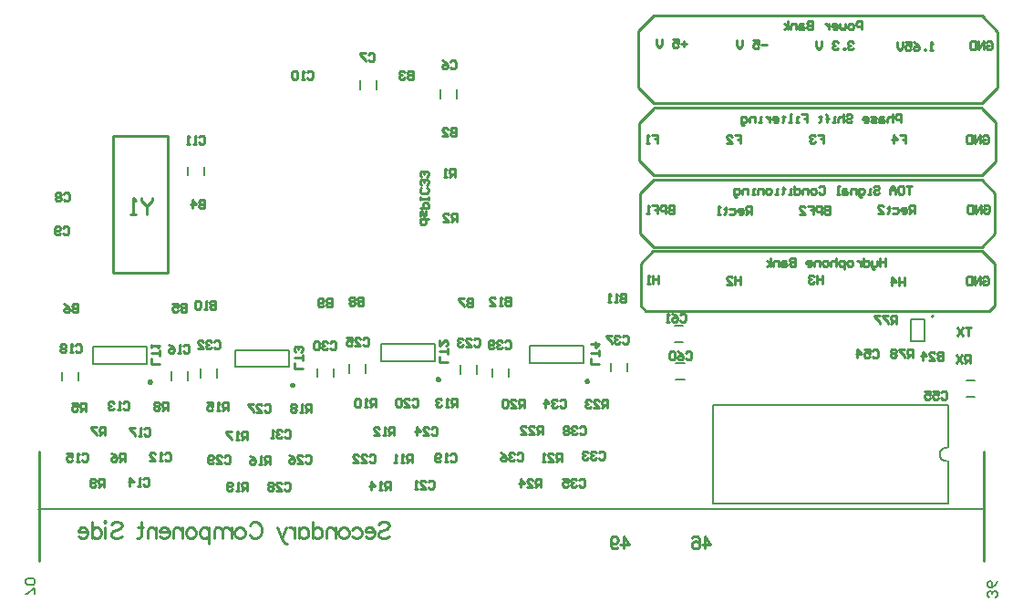
<source format=gbo>
%FSTAX23Y23*%
%MOIN*%
%SFA1B1*%

%IPPOS*%
%ADD24C,0.010000*%
%ADD25C,0.008000*%
%ADD36C,0.010000*%
%ADD37C,0.008000*%
%LNseniordesign-1*%
%LPD*%
G54D24*
X0552Y0306D02*
Y0346D01*
X02065Y0306D02*
Y0346D01*
X0554Y03976D02*
X0556Y03996D01*
Y04147*
X05512Y04195D02*
X0556Y04147D01*
X05512Y04209D02*
X0556Y04257D01*
Y04406*
X05512Y04454D02*
X0556Y04406D01*
X05512Y04454D02*
Y04456D01*
Y04471D02*
X05562Y04521D01*
Y04665*
X05512Y04715D02*
X05562Y04665D01*
X05512Y04715D02*
Y04717D01*
X04265Y03995D02*
X04284Y03976D01*
X04265Y03995D02*
Y04149D01*
X04311Y04195*
X04312*
X04262Y04259D02*
X04312Y04209D01*
X04262Y04259D02*
Y04405D01*
X04312Y04455*
Y04456*
X04259Y04524D02*
X04312Y04471D01*
X04259Y04524D02*
Y04663D01*
X04312Y04716*
Y04717*
X04256Y0479D02*
X04312Y04734D01*
X04256Y0479D02*
Y04999D01*
X04312Y05055*
X05512Y04734D02*
X0557Y04792D01*
Y04996*
X05512Y05054D02*
X0557Y04996D01*
X05512Y05054D02*
Y05055D01*
X04312Y04717D02*
X05512D01*
X04312Y04471D02*
X05512D01*
X04312Y04456D02*
X05512D01*
X04312Y04209D02*
X05512D01*
X04312Y04195D02*
X05512D01*
X04284Y03976D02*
X0554D01*
X04312Y04734D02*
X05512D01*
X04312Y05055D02*
X05512D01*
X02336Y04115D02*
X02536D01*
Y04615*
X02336Y04115D02*
Y04615D01*
X02536*
X03591Y04644D02*
Y04614D01*
X03576*
X03571Y04619*
Y04624*
X03576Y04629*
X03591*
X03576*
X03571Y04634*
Y04639*
X03576Y04644*
X03591*
X03541Y04614D02*
X03561D01*
X03541Y04634*
Y04639*
X03546Y04644*
X03556*
X03561Y04639*
X03432Y04853D02*
Y04823D01*
X03417*
X03412Y04828*
Y04833*
X03417Y04838*
X03432*
X03417*
X03412Y04843*
Y04848*
X03417Y04853*
X03432*
X03402Y04848D02*
X03397Y04853D01*
X03387*
X03382Y04848*
Y04843*
X03387Y04838*
X03392*
X03387*
X03382Y04833*
Y04828*
X03387Y04823*
X03397*
X03402Y04828*
X0267Y0438D02*
Y0435D01*
X02655*
X0265Y04355*
Y0436*
X02655Y04365*
X0267*
X02655*
X0265Y0437*
Y04375*
X02655Y0438*
X0267*
X02625Y0435D02*
Y0438D01*
X0264Y04365*
X0262*
X02603Y04003D02*
Y03973D01*
X02588*
X02583Y03978*
Y03983*
X02588Y03988*
X02603*
X02588*
X02583Y03993*
Y03998*
X02588Y04003*
X02603*
X02553D02*
X02573D01*
Y03988*
X02563Y03993*
X02558*
X02553Y03988*
Y03978*
X02558Y03973*
X02568*
X02573Y03978*
X02207Y04D02*
Y0397D01*
X02192*
X02187Y03975*
Y0398*
X02192Y03985*
X02207*
X02192*
X02187Y0399*
Y03995*
X02192Y04*
X02207*
X02157D02*
X02167Y03995D01*
X02177Y03985*
Y03975*
X02172Y0397*
X02162*
X02157Y03975*
Y0398*
X02162Y03985*
X02177*
X0365Y0402D02*
Y0399D01*
X03635*
X0363Y03995*
Y04*
X03635Y04005*
X0365*
X03635*
X0363Y0401*
Y04015*
X03635Y0402*
X0365*
X0362D02*
X036D01*
Y04015*
X0362Y03995*
Y0399*
X03251Y04025D02*
Y03995D01*
X03236*
X03231Y04*
Y04005*
X03236Y0401*
X03251*
X03236*
X03231Y04015*
Y0402*
X03236Y04025*
X03251*
X03221Y0402D02*
X03216Y04025D01*
X03206*
X03201Y0402*
Y04015*
X03206Y0401*
X03201Y04005*
Y04*
X03206Y03995*
X03216*
X03221Y04*
Y04005*
X03216Y0401*
X03221Y04015*
Y0402*
X03216Y0401D02*
X03206D01*
X03136Y04021D02*
Y03991D01*
X03121*
X03116Y03996*
Y04001*
X03121Y04006*
X03136*
X03121*
X03116Y04011*
Y04016*
X03121Y04021*
X03136*
X03106Y03996D02*
X03101Y03991D01*
X03091*
X03086Y03996*
Y04016*
X03091Y04021*
X03101*
X03106Y04016*
Y04011*
X03101Y04006*
X03086*
X0271Y04013D02*
Y03983D01*
X02695*
X0269Y03988*
Y03993*
X02695Y03998*
X0271*
X02695*
X0269Y04003*
Y04008*
X02695Y04013*
X0271*
X0268Y03983D02*
X0267D01*
X02675*
Y04013*
X0268Y04008*
X02655D02*
X0265Y04013D01*
X0264*
X02635Y04008*
Y03988*
X0264Y03983*
X0265*
X02655Y03988*
Y04008*
X04211Y04037D02*
Y04007D01*
X04196*
X04191Y04012*
Y04017*
X04196Y04022*
X04211*
X04196*
X04191Y04027*
Y04032*
X04196Y04037*
X04211*
X04181Y04007D02*
X04171D01*
X04176*
Y04037*
X04181Y04032*
X04156Y04007D02*
X04146D01*
X04151*
Y04037*
X04156Y04032*
X03788Y04026D02*
Y03996D01*
X03773*
X03768Y04001*
Y04006*
X03773Y04011*
X03788*
X03773*
X03768Y04016*
Y04021*
X03773Y04026*
X03788*
X03758Y03996D02*
X03748D01*
X03753*
Y04026*
X03758Y04021*
X03713Y03996D02*
X03733D01*
X03713Y04016*
Y04021*
X03718Y04026*
X03728*
X03733Y04021*
X03569Y04886D02*
X03574Y04891D01*
X03584*
X03589Y04886*
Y04866*
X03584Y04861*
X03574*
X03569Y04866*
X03539Y04891D02*
X03549Y04886D01*
X03559Y04876*
Y04866*
X03554Y04861*
X03544*
X03539Y04866*
Y04871*
X03544Y04876*
X03559*
X03271Y04912D02*
X03276Y04917D01*
X03286*
X03291Y04912*
Y04892*
X03286Y04887*
X03276*
X03271Y04892*
X03261Y04917D02*
X03241D01*
Y04912*
X03261Y04892*
Y04887*
X02156Y04402D02*
X02161Y04407D01*
X02171*
X02176Y04402*
Y04382*
X02171Y04377*
X02161*
X02156Y04382*
X02146Y04402D02*
X02141Y04407D01*
X02131*
X02126Y04402*
Y04397*
X02131Y04392*
X02126Y04387*
Y04382*
X02131Y04377*
X02141*
X02146Y04382*
Y04387*
X02141Y04392*
X02146Y04397*
Y04402*
X02141Y04392D02*
X02131D01*
X02153Y04279D02*
X02158Y04284D01*
X02168*
X02173Y04279*
Y04259*
X02168Y04254*
X02158*
X02153Y04259*
X02143D02*
X02138Y04254D01*
X02128*
X02123Y04259*
Y04279*
X02128Y04284*
X02138*
X02143Y04279*
Y04274*
X02138Y04269*
X02123*
X03045Y04848D02*
X0305Y04853D01*
X0306*
X03065Y04848*
Y04828*
X0306Y04823*
X0305*
X03045Y04828*
X03035Y04823D02*
X03025D01*
X0303*
Y04853*
X03035Y04848*
X0301D02*
X03005Y04853D01*
X02995*
X0299Y04848*
Y04828*
X02995Y04823*
X03005*
X0301Y04828*
Y04848*
X0265Y0461D02*
X02655Y04615D01*
X02665*
X0267Y0461*
Y0459*
X02665Y04585*
X02655*
X0265Y0459*
X0264Y04585D02*
X0263D01*
X02635*
Y04615*
X0264Y0461*
X02615Y04585D02*
X02605D01*
X0261*
Y04615*
X02615Y0461*
X02526Y03452D02*
X02531Y03457D01*
X02541*
X02546Y03452*
Y03432*
X02541Y03427*
X02531*
X02526Y03432*
X02516Y03427D02*
X02506D01*
X02511*
Y03457*
X02516Y03452*
X02471Y03427D02*
X02491D01*
X02471Y03447*
Y03452*
X02476Y03457*
X02486*
X02491Y03452*
X02374Y03639D02*
X02379Y03644D01*
X02389*
X02394Y03639*
Y03619*
X02389Y03614*
X02379*
X02374Y03619*
X02364Y03614D02*
X02354D01*
X02359*
Y03644*
X02364Y03639*
X02339D02*
X02334Y03644D01*
X02324*
X02319Y03639*
Y03634*
X02324Y03629*
X02329*
X02324*
X02319Y03624*
Y03619*
X02324Y03614*
X02334*
X02339Y03619*
X02447Y0336D02*
X02452Y03365D01*
X02462*
X02467Y0336*
Y0334*
X02462Y03335*
X02452*
X02447Y0334*
X02437Y03335D02*
X02427D01*
X02432*
Y03365*
X02437Y0336*
X02397Y03335D02*
Y03365D01*
X02412Y0335*
X02392*
X02222Y03451D02*
X02227Y03456D01*
X02237*
X02242Y03451*
Y03431*
X02237Y03426*
X02227*
X02222Y03431*
X02212Y03426D02*
X02202D01*
X02207*
Y03456*
X02212Y03451*
X02167Y03456D02*
X02187D01*
Y03441*
X02177Y03446*
X02172*
X02167Y03441*
Y03431*
X02172Y03426*
X02182*
X02187Y03431*
X02594Y03848D02*
X02599Y03853D01*
X02609*
X02614Y03848*
Y03828*
X02609Y03823*
X02599*
X02594Y03828*
X02584Y03823D02*
X02574D01*
X02579*
Y03853*
X02584Y03848*
X02539Y03853D02*
X02549Y03848D01*
X02559Y03838*
Y03828*
X02554Y03823*
X02544*
X02539Y03828*
Y03833*
X02544Y03838*
X02559*
X02451Y03544D02*
X02456Y03549D01*
X02466*
X02471Y03544*
Y03524*
X02466Y03519*
X02456*
X02451Y03524*
X02441Y03519D02*
X02431D01*
X02436*
Y03549*
X02441Y03544*
X02416Y03549D02*
X02396D01*
Y03544*
X02416Y03524*
Y03519*
X02199Y03849D02*
X02204Y03854D01*
X02214*
X02219Y03849*
Y03829*
X02214Y03824*
X02204*
X02199Y03829*
X02189Y03824D02*
X02179D01*
X02184*
Y03854*
X02189Y03849*
X02164D02*
X02159Y03854D01*
X02149*
X02144Y03849*
Y03844*
X02149Y03839*
X02144Y03834*
Y03829*
X02149Y03824*
X02159*
X02164Y03829*
Y03834*
X02159Y03839*
X02164Y03844*
Y03849*
X02159Y03839D02*
X02149D01*
X03569Y03449D02*
X03574Y03454D01*
X03584*
X03589Y03449*
Y03429*
X03584Y03424*
X03574*
X03569Y03429*
X03559Y03424D02*
X03549D01*
X03554*
Y03454*
X03559Y03449*
X03534Y03429D02*
X03529Y03424D01*
X03519*
X03514Y03429*
Y03449*
X03519Y03454*
X03529*
X03534Y03449*
Y03444*
X03529Y03439*
X03514*
X03431Y0365D02*
X03436Y03655D01*
X03446*
X03451Y0365*
Y0363*
X03446Y03625*
X03436*
X03431Y0363*
X03401Y03625D02*
X03421D01*
X03401Y03645*
Y0365*
X03406Y03655*
X03416*
X03421Y0365*
X03391D02*
X03386Y03655D01*
X03376*
X03371Y0365*
Y0363*
X03376Y03625*
X03386*
X03391Y0363*
Y0365*
X03488Y0335D02*
X03493Y03355D01*
X03503*
X03508Y0335*
Y0333*
X03503Y03325*
X03493*
X03488Y0333*
X03458Y03325D02*
X03478D01*
X03458Y03345*
Y0335*
X03463Y03355*
X03473*
X03478Y0335*
X03448Y03325D02*
X03438D01*
X03443*
Y03355*
X03448Y0335*
X03274Y03445D02*
X03279Y0345D01*
X03289*
X03294Y03445*
Y03425*
X03289Y0342*
X03279*
X03274Y03425*
X03244Y0342D02*
X03264D01*
X03244Y0344*
Y03445*
X03249Y0345*
X03259*
X03264Y03445*
X03214Y0342D02*
X03234D01*
X03214Y0344*
Y03445*
X03219Y0345*
X03229*
X03234Y03445*
X03656Y03871D02*
X03661Y03876D01*
X03671*
X03676Y03871*
Y03851*
X03671Y03846*
X03661*
X03656Y03851*
X03626Y03846D02*
X03646D01*
X03626Y03866*
Y03871*
X03631Y03876*
X03641*
X03646Y03871*
X03616D02*
X03611Y03876D01*
X03601*
X03596Y03871*
Y03866*
X03601Y03861*
X03606*
X03601*
X03596Y03856*
Y03851*
X03601Y03846*
X03611*
X03616Y03851*
X035Y03546D02*
X03505Y03551D01*
X03515*
X0352Y03546*
Y03526*
X03515Y03521*
X03505*
X035Y03526*
X0347Y03521D02*
X0349D01*
X0347Y03541*
Y03546*
X03475Y03551*
X03485*
X0349Y03546*
X03445Y03521D02*
Y03551D01*
X0346Y03536*
X0344*
X0325Y03873D02*
X03255Y03878D01*
X03265*
X0327Y03873*
Y03853*
X03265Y03848*
X03255*
X0325Y03853*
X0322Y03848D02*
X0324D01*
X0322Y03868*
Y03873*
X03225Y03878*
X03235*
X0324Y03873*
X0319Y03878D02*
X0321D01*
Y03863*
X032Y03868*
X03195*
X0319Y03863*
Y03853*
X03195Y03848*
X03205*
X0321Y03853*
X03038Y03444D02*
X03043Y03449D01*
X03053*
X03058Y03444*
Y03424*
X03053Y03419*
X03043*
X03038Y03424*
X03008Y03419D02*
X03028D01*
X03008Y03439*
Y03444*
X03013Y03449*
X03023*
X03028Y03444*
X02978Y03449D02*
X02988Y03444D01*
X02998Y03434*
Y03424*
X02993Y03419*
X02983*
X02978Y03424*
Y03429*
X02983Y03434*
X02998*
X0289Y0363D02*
X02895Y03635D01*
X02905*
X0291Y0363*
Y0361*
X02905Y03605*
X02895*
X0289Y0361*
X0286Y03605D02*
X0288D01*
X0286Y03625*
Y0363*
X02865Y03635*
X02875*
X0288Y0363*
X0285Y03635D02*
X0283D01*
Y0363*
X0285Y0361*
Y03605*
X02962Y03344D02*
X02967Y03349D01*
X02977*
X02982Y03344*
Y03324*
X02977Y03319*
X02967*
X02962Y03324*
X02932Y03319D02*
X02952D01*
X02932Y03339*
Y03344*
X02937Y03349*
X02947*
X02952Y03344*
X02922D02*
X02917Y03349D01*
X02907*
X02902Y03344*
Y03339*
X02907Y03334*
X02902Y03329*
Y03324*
X02907Y03319*
X02917*
X02922Y03324*
Y03329*
X02917Y03334*
X02922Y03339*
Y03344*
X02917Y03334D02*
X02907D01*
X02744Y03442D02*
X02749Y03447D01*
X02759*
X02764Y03442*
Y03422*
X02759Y03417*
X02749*
X02744Y03422*
X02714Y03417D02*
X02734D01*
X02714Y03437*
Y03442*
X02719Y03447*
X02729*
X02734Y03442*
X02704Y03422D02*
X02699Y03417D01*
X02689*
X02684Y03422*
Y03442*
X02689Y03447*
X02699*
X02704Y03442*
Y03437*
X02699Y03432*
X02684*
X03131Y03859D02*
X03136Y03864D01*
X03146*
X03151Y03859*
Y03839*
X03146Y03834*
X03136*
X03131Y03839*
X03121Y03859D02*
X03116Y03864D01*
X03106*
X03101Y03859*
Y03854*
X03106Y03849*
X03111*
X03106*
X03101Y03844*
Y03839*
X03106Y03834*
X03116*
X03121Y03839*
X03091Y03859D02*
X03086Y03864D01*
X03076*
X03071Y03859*
Y03839*
X03076Y03834*
X03086*
X03091Y03839*
Y03859*
X02963Y03536D02*
X02968Y03541D01*
X02978*
X02983Y03536*
Y03516*
X02978Y03511*
X02968*
X02963Y03516*
X02953Y03536D02*
X02948Y03541D01*
X02938*
X02933Y03536*
Y03531*
X02938Y03526*
X02943*
X02938*
X02933Y03521*
Y03516*
X02938Y03511*
X02948*
X02953Y03516*
X02923Y03511D02*
X02913D01*
X02918*
Y03541*
X02923Y03536*
X02705Y03863D02*
X0271Y03868D01*
X0272*
X02725Y03863*
Y03843*
X0272Y03838*
X0271*
X02705Y03843*
X02695Y03863D02*
X0269Y03868D01*
X0268*
X02675Y03863*
Y03858*
X0268Y03853*
X02685*
X0268*
X02675Y03848*
Y03843*
X0268Y03838*
X0269*
X02695Y03843*
X02645Y03838D02*
X02665D01*
X02645Y03858*
Y03863*
X0265Y03868*
X0266*
X02665Y03863*
X04112Y03457D02*
X04117Y03462D01*
X04127*
X04132Y03457*
Y03437*
X04127Y03432*
X04117*
X04112Y03437*
X04102Y03457D02*
X04097Y03462D01*
X04087*
X04082Y03457*
Y03452*
X04087Y03447*
X04092*
X04087*
X04082Y03442*
Y03437*
X04087Y03432*
X04097*
X04102Y03437*
X04072Y03457D02*
X04067Y03462D01*
X04057*
X04052Y03457*
Y03452*
X04057Y03447*
X04062*
X04057*
X04052Y03442*
Y03437*
X04057Y03432*
X04067*
X04072Y03437*
X03971Y03647D02*
X03976Y03652D01*
X03986*
X03991Y03647*
Y03627*
X03986Y03622*
X03976*
X03971Y03627*
X03961Y03647D02*
X03956Y03652D01*
X03946*
X03941Y03647*
Y03642*
X03946Y03637*
X03951*
X03946*
X03941Y03632*
Y03627*
X03946Y03622*
X03956*
X03961Y03627*
X03916Y03622D02*
Y03652D01*
X03931Y03637*
X03911*
X04041Y03358D02*
X04046Y03363D01*
X04056*
X04061Y03358*
Y03338*
X04056Y03333*
X04046*
X04041Y03338*
X04031Y03358D02*
X04026Y03363D01*
X04016*
X04011Y03358*
Y03353*
X04016Y03348*
X04021*
X04016*
X04011Y03343*
Y03338*
X04016Y03333*
X04026*
X04031Y03338*
X03981Y03363D02*
X04001D01*
Y03348*
X03991Y03353*
X03986*
X03981Y03348*
Y03338*
X03986Y03333*
X03996*
X04001Y03338*
X03813Y03453D02*
X03818Y03458D01*
X03828*
X03833Y03453*
Y03433*
X03828Y03428*
X03818*
X03813Y03433*
X03803Y03453D02*
X03798Y03458D01*
X03788*
X03783Y03453*
Y03448*
X03788Y03443*
X03793*
X03788*
X03783Y03438*
Y03433*
X03788Y03428*
X03798*
X03803Y03433*
X03753Y03458D02*
X03763Y03453D01*
X03773Y03443*
Y03433*
X03768Y03428*
X03758*
X03753Y03433*
Y03438*
X03758Y03443*
X03773*
X04198Y0388D02*
X04203Y03885D01*
X04213*
X04218Y0388*
Y0386*
X04213Y03855*
X04203*
X04198Y0386*
X04188Y0388D02*
X04183Y03885D01*
X04173*
X04168Y0388*
Y03875*
X04173Y0387*
X04178*
X04173*
X04168Y03865*
Y0386*
X04173Y03855*
X04183*
X04188Y0386*
X04158Y03885D02*
X04138D01*
Y0388*
X04158Y0386*
Y03855*
X04042Y03549D02*
X04047Y03554D01*
X04057*
X04062Y03549*
Y03529*
X04057Y03524*
X04047*
X04042Y03529*
X04032Y03549D02*
X04027Y03554D01*
X04017*
X04012Y03549*
Y03544*
X04017Y03539*
X04022*
X04017*
X04012Y03534*
Y03529*
X04017Y03524*
X04027*
X04032Y03529*
X04002Y03549D02*
X03997Y03554D01*
X03987*
X03982Y03549*
Y03544*
X03987Y03539*
X03982Y03534*
Y03529*
X03987Y03524*
X03997*
X04002Y03529*
Y03534*
X03997Y03539*
X04002Y03544*
Y03549*
X03997Y03539D02*
X03987D01*
X03768Y03863D02*
X03773Y03868D01*
X03783*
X03788Y03863*
Y03843*
X03783Y03838*
X03773*
X03768Y03843*
X03758Y03863D02*
X03753Y03868D01*
X03743*
X03738Y03863*
Y03858*
X03743Y03853*
X03748*
X03743*
X03738Y03848*
Y03843*
X03743Y03838*
X03753*
X03758Y03843*
X03728D02*
X03723Y03838D01*
X03713*
X03708Y03843*
Y03863*
X03713Y03868*
X03723*
X03728Y03863*
Y03858*
X03723Y03853*
X03708*
X03488Y04311D02*
X03458D01*
Y04296*
X03463Y04291*
X03473*
X03478Y04296*
Y04311*
X03458Y04321D02*
Y04336D01*
X03463Y04341*
X03468Y04336*
Y04326*
X03473Y04321*
X03478Y04326*
Y04341*
X03458Y04351D02*
X03488D01*
Y04366*
X03483Y04371*
X03473*
X03468Y04366*
Y04351*
X03488Y04381D02*
Y04391D01*
Y04386*
X03458*
Y04381*
Y04391*
X03483Y04426D02*
X03488Y04421D01*
Y04411*
X03483Y04406*
X03463*
X03458Y04411*
Y04421*
X03463Y04426*
X03483Y04436D02*
X03488Y04441D01*
Y04451*
X03483Y04456*
X03478*
X03473Y04451*
Y04446*
Y04451*
X03468Y04456*
X03463*
X03458Y04451*
Y04441*
X03463Y04436*
X03483Y04466D02*
X03488Y04471D01*
Y04481*
X03483Y04486*
X03478*
X03473Y04481*
Y04476*
Y04481*
X03468Y04486*
X03463*
X03458Y04481*
Y04471*
X03463Y04466*
X02505Y03782D02*
X02475D01*
Y03802*
X02505Y03812D02*
Y03832D01*
Y03822*
X02475*
Y03842D02*
Y03852D01*
Y03847*
X02505*
X025Y03842*
X03559Y03787D02*
X03529D01*
Y03807*
X03559Y03817D02*
Y03837D01*
Y03827*
X03529*
Y03867D02*
Y03847D01*
X03549Y03867*
X03554*
X03559Y03862*
Y03852*
X03554Y03847*
X03028Y03765D02*
X02998D01*
Y03785*
X03028Y03795D02*
Y03815D01*
Y03805*
X02998*
X03023Y03825D02*
X03028Y0383D01*
Y0384*
X03023Y03845*
X03018*
X03013Y0384*
Y03835*
Y0384*
X03008Y03845*
X03003*
X02998Y0384*
Y0383*
X03003Y03825*
X04113Y03781D02*
X04083D01*
Y03801*
X04113Y03811D02*
Y03831D01*
Y03821*
X04083*
Y03856D02*
X04113D01*
X04098Y03841*
Y03861*
X03586Y04466D02*
Y04496D01*
X03571*
X03566Y04491*
Y04481*
X03571Y04476*
X03586*
X03576D02*
X03566Y04466D01*
X03556D02*
X03546D01*
X03551*
Y04496*
X03556Y04491*
X03594Y04302D02*
Y04332D01*
X03579*
X03574Y04327*
Y04317*
X03579Y04312*
X03594*
X03584D02*
X03574Y04302D01*
X03544D02*
X03564D01*
X03544Y04322*
Y04327*
X03549Y04332*
X03559*
X03564Y04327*
X02235Y03609D02*
Y03639D01*
X0222*
X02215Y03634*
Y03624*
X0222Y03619*
X02235*
X02225D02*
X02215Y03609D01*
X02185Y03639D02*
X02205D01*
Y03624*
X02195Y03629*
X0219*
X02185Y03624*
Y03614*
X0219Y03609*
X022*
X02205Y03614*
X02378Y03426D02*
Y03456D01*
X02363*
X02358Y03451*
Y03441*
X02363Y03436*
X02378*
X02368D02*
X02358Y03426D01*
X02328Y03456D02*
X02338Y03451D01*
X02348Y03441*
Y03431*
X02343Y03426*
X02333*
X02328Y03431*
Y03436*
X02333Y03441*
X02348*
X02307Y0352D02*
Y0355D01*
X02292*
X02287Y03545*
Y03535*
X02292Y0353*
X02307*
X02297D02*
X02287Y0352D01*
X02277Y0355D02*
X02257D01*
Y03545*
X02277Y03525*
Y0352*
X02536Y03612D02*
Y03642D01*
X02521*
X02516Y03637*
Y03627*
X02521Y03622*
X02536*
X02526D02*
X02516Y03612D01*
X02506Y03637D02*
X02501Y03642D01*
X02491*
X02486Y03637*
Y03632*
X02491Y03627*
X02486Y03622*
Y03617*
X02491Y03612*
X02501*
X02506Y03617*
Y03622*
X02501Y03627*
X02506Y03632*
Y03637*
X02501Y03627D02*
X02491D01*
X02302Y03332D02*
Y03362D01*
X02287*
X02282Y03357*
Y03347*
X02287Y03342*
X02302*
X02292D02*
X02282Y03332D01*
X02272Y03337D02*
X02267Y03332D01*
X02257*
X02252Y03337*
Y03357*
X02257Y03362*
X02267*
X02272Y03357*
Y03352*
X02267Y03347*
X02252*
X03296Y03624D02*
Y03654D01*
X03281*
X03276Y03649*
Y03639*
X03281Y03634*
X03296*
X03286D02*
X03276Y03624D01*
X03266D02*
X03256D01*
X03261*
Y03654*
X03266Y03649*
X03241D02*
X03236Y03654D01*
X03226*
X03221Y03649*
Y03629*
X03226Y03624*
X03236*
X03241Y03629*
Y03649*
X03429Y03421D02*
Y03451D01*
X03414*
X03409Y03446*
Y03436*
X03414Y03431*
X03429*
X03419D02*
X03409Y03421D01*
X03399D02*
X03389D01*
X03394*
Y03451*
X03399Y03446*
X03374Y03421D02*
X03364D01*
X03369*
Y03451*
X03374Y03446*
X03364Y03521D02*
Y03551D01*
X03349*
X03344Y03546*
Y03536*
X03349Y03531*
X03364*
X03354D02*
X03344Y03521D01*
X03334D02*
X03324D01*
X03329*
Y03551*
X03334Y03546*
X03289Y03521D02*
X03309D01*
X03289Y03541*
Y03546*
X03294Y03551*
X03304*
X03309Y03546*
X03592Y03626D02*
Y03656D01*
X03577*
X03572Y03651*
Y03641*
X03577Y03636*
X03592*
X03582D02*
X03572Y03626D01*
X03562D02*
X03552D01*
X03557*
Y03656*
X03562Y03651*
X03537D02*
X03532Y03656D01*
X03522*
X03517Y03651*
Y03646*
X03522Y03641*
X03527*
X03522*
X03517Y03636*
Y03631*
X03522Y03626*
X03532*
X03537Y03631*
X03348Y03321D02*
Y03351D01*
X03333*
X03328Y03346*
Y03336*
X03333Y03331*
X03348*
X03338D02*
X03328Y03321D01*
X03318D02*
X03308D01*
X03313*
Y03351*
X03318Y03346*
X03278Y03321D02*
Y03351D01*
X03293Y03336*
X03273*
X02756Y03611D02*
Y03641D01*
X02741*
X02736Y03636*
Y03626*
X02741Y03621*
X02756*
X02746D02*
X02736Y03611D01*
X02726D02*
X02716D01*
X02721*
Y03641*
X02726Y03636*
X02681Y03641D02*
X02701D01*
Y03626*
X02691Y03631*
X02686*
X02681Y03626*
Y03616*
X02686Y03611*
X02696*
X02701Y03616*
X02911Y03416D02*
Y03446D01*
X02896*
X02891Y03441*
Y03431*
X02896Y03426*
X02911*
X02901D02*
X02891Y03416D01*
X02881D02*
X02871D01*
X02876*
Y03446*
X02881Y03441*
X02836Y03446D02*
X02846Y03441D01*
X02856Y03431*
Y03421*
X02851Y03416*
X02841*
X02836Y03421*
Y03426*
X02841Y03431*
X02856*
X02825Y03504D02*
Y03534D01*
X0281*
X02805Y03529*
Y03519*
X0281Y03514*
X02825*
X02815D02*
X02805Y03504D01*
X02795D02*
X02785D01*
X0279*
Y03534*
X02795Y03529*
X0277Y03534D02*
X0275D01*
Y03529*
X0277Y03509*
Y03504*
X0306Y03605D02*
Y03635D01*
X03045*
X0304Y0363*
Y0362*
X03045Y03615*
X0306*
X0305D02*
X0304Y03605D01*
X0303D02*
X0302D01*
X03025*
Y03635*
X0303Y0363*
X03005D02*
X03Y03635D01*
X0299*
X02985Y0363*
Y03625*
X0299Y0362*
X02985Y03615*
Y0361*
X0299Y03605*
X03*
X03005Y0361*
Y03615*
X03Y0362*
X03005Y03625*
Y0363*
X03Y0362D02*
X0299D01*
X02827Y03319D02*
Y03349D01*
X02812*
X02807Y03344*
Y03334*
X02812Y03329*
X02827*
X02817D02*
X02807Y03319D01*
X02797D02*
X02787D01*
X02792*
Y03349*
X02797Y03344*
X02772Y03324D02*
X02767Y03319D01*
X02757*
X02752Y03324*
Y03344*
X02757Y03349*
X02767*
X02772Y03344*
Y03339*
X02767Y03334*
X02752*
X03838Y03622D02*
Y03652D01*
X03823*
X03818Y03647*
Y03637*
X03823Y03632*
X03838*
X03828D02*
X03818Y03622D01*
X03788D02*
X03808D01*
X03788Y03642*
Y03647*
X03793Y03652*
X03803*
X03808Y03647*
X03778D02*
X03773Y03652D01*
X03763*
X03758Y03647*
Y03627*
X03763Y03622*
X03773*
X03778Y03627*
Y03647*
X03976Y03426D02*
Y03456D01*
X03961*
X03956Y03451*
Y03441*
X03961Y03436*
X03976*
X03966D02*
X03956Y03426D01*
X03926D02*
X03946D01*
X03926Y03446*
Y03451*
X03931Y03456*
X03941*
X03946Y03451*
X03916Y03426D02*
X03906D01*
X03911*
Y03456*
X03916Y03451*
X03907Y03525D02*
Y03555D01*
X03892*
X03887Y0355*
Y0354*
X03892Y03535*
X03907*
X03897D02*
X03887Y03525D01*
X03857D02*
X03877D01*
X03857Y03545*
Y0355*
X03862Y03555*
X03872*
X03877Y0355*
X03827Y03525D02*
X03847D01*
X03827Y03545*
Y0355*
X03832Y03555*
X03842*
X03847Y0355*
X04143Y03621D02*
Y03651D01*
X04128*
X04123Y03646*
Y03636*
X04128Y03631*
X04143*
X04133D02*
X04123Y03621D01*
X04093D02*
X04113D01*
X04093Y03641*
Y03646*
X04098Y03651*
X04108*
X04113Y03646*
X04083D02*
X04078Y03651D01*
X04068*
X04063Y03646*
Y03641*
X04068Y03636*
X04073*
X04068*
X04063Y03631*
Y03626*
X04068Y03621*
X04078*
X04083Y03626*
X039Y03331D02*
Y03361D01*
X03885*
X0388Y03356*
Y03346*
X03885Y03341*
X039*
X0389D02*
X0388Y03331D01*
X0385D02*
X0387D01*
X0385Y03351*
Y03356*
X03855Y03361*
X03865*
X0387Y03356*
X03825Y03331D02*
Y03361D01*
X0384Y03346*
X0382*
X04431Y03822D02*
X04436Y03827D01*
X04446*
X04451Y03822*
Y03802*
X04446Y03797*
X04436*
X04431Y03802*
X04401Y03827D02*
X04411Y03822D01*
X04421Y03812*
Y03802*
X04416Y03797*
X04406*
X04401Y03802*
Y03807*
X04406Y03812*
X04421*
X04391Y03822D02*
X04386Y03827D01*
X04376*
X04371Y03822*
Y03802*
X04376Y03797*
X04386*
X04391Y03802*
Y03822*
X04408Y03961D02*
X04413Y03966D01*
X04423*
X04428Y03961*
Y03941*
X04423Y03936*
X04413*
X04408Y03941*
X04378Y03966D02*
X04388Y03961D01*
X04398Y03951*
Y03941*
X04393Y03936*
X04383*
X04378Y03941*
Y03946*
X04383Y03951*
X04398*
X04368Y03936D02*
X04358D01*
X04363*
Y03966*
X04368Y03961*
X0537Y03826D02*
Y03796D01*
X05355*
X0535Y03801*
Y03806*
X05355Y03811*
X0537*
X05355*
X0535Y03816*
Y03821*
X05355Y03826*
X0537*
X0532Y03796D02*
X0534D01*
X0532Y03816*
Y03821*
X05325Y03826*
X05335*
X0534Y03821*
X05295Y03796D02*
Y03826D01*
X0531Y03811*
X0529*
X05112Y03829D02*
X05117Y03834D01*
X05127*
X05132Y03829*
Y03809*
X05127Y03804*
X05117*
X05112Y03809*
X05082Y03834D02*
X05102D01*
Y03819*
X05092Y03824*
X05087*
X05082Y03819*
Y03809*
X05087Y03804*
X05097*
X05102Y03809*
X05057Y03804D02*
Y03834D01*
X05072Y03819*
X05052*
X05363Y03677D02*
X05368Y03682D01*
X05378*
X05383Y03677*
Y03657*
X05378Y03652*
X05368*
X05363Y03657*
X05333Y03682D02*
X05353D01*
Y03667*
X05343Y03672*
X05338*
X05333Y03667*
Y03657*
X05338Y03652*
X05348*
X05353Y03657*
X05303Y03682D02*
X05323D01*
Y03667*
X05313Y03672*
X05308*
X05303Y03667*
Y03657*
X05308Y03652*
X05318*
X05323Y03657*
X052Y03929D02*
Y03959D01*
X05185*
X0518Y03954*
Y03944*
X05185Y03939*
X052*
X0519D02*
X0518Y03929D01*
X0517Y03959D02*
X0515D01*
Y03954*
X0517Y03934*
Y03929*
X0514Y03959D02*
X0512D01*
Y03954*
X0514Y03934*
Y03929*
X05258Y03805D02*
Y03835D01*
X05243*
X05238Y0383*
Y0382*
X05243Y03815*
X05258*
X05248D02*
X05238Y03805D01*
X05228Y03835D02*
X05208D01*
Y0383*
X05228Y0381*
Y03805*
X05198Y0383D02*
X05193Y03835D01*
X05183*
X05178Y0383*
Y03825*
X05183Y0382*
X05178Y03815*
Y0381*
X05183Y03805*
X05193*
X05198Y0381*
Y03815*
X05193Y0382*
X05198Y03825*
Y0383*
X05193Y0382D02*
X05183D01*
X02478Y04388D02*
Y04378D01*
X02458Y04358*
X02438Y04378*
Y04388*
X02458Y04358D02*
Y04328D01*
X02418D02*
X02398D01*
X02408*
Y04388*
X02418Y04378*
X03306Y03195D02*
X03312Y03201D01*
X0332Y03204*
X03332*
X0334Y03201*
X03346Y03195*
Y0319*
X03343Y03184*
X0334Y03181*
X03335Y03178*
X03317Y03173*
X03312Y0317*
X03309Y03167*
X03306Y03161*
Y03153*
X03312Y03147*
X0332Y03144*
X03332*
X0334Y03147*
X03346Y03153*
X03293Y03167D02*
X03258D01*
Y03173*
X03261Y03178*
X03264Y03181*
X0327Y03184*
X03278*
X03284Y03181*
X0329Y03175*
X03293Y03167*
Y03161*
X0329Y03153*
X03284Y03147*
X03278Y03144*
X0327*
X03264Y03147*
X03258Y03153*
X03211Y03175D02*
X03217Y03181D01*
X03223Y03184*
X03231*
X03237Y03181*
X03243Y03175*
X03245Y03167*
Y03161*
X03243Y03153*
X03237Y03147*
X03231Y03144*
X03223*
X03217Y03147*
X03211Y03153*
X03184Y03184D02*
X0319Y03181D01*
X03195Y03175*
X03198Y03167*
Y03161*
X03195Y03153*
X0319Y03147*
X03184Y03144*
X03175*
X0317Y03147*
X03164Y03153*
X03161Y03161*
Y03167*
X03164Y03175*
X0317Y03181*
X03175Y03184*
X03184*
X03148D02*
Y03144D01*
Y03173D02*
X03139Y03181D01*
X03134Y03184*
X03125*
X03119Y03181*
X03117Y03173*
Y03144*
X03067Y03204D02*
Y03144D01*
Y03175D02*
X03072Y03181D01*
X03078Y03184*
X03087*
X03092Y03181*
X03098Y03175*
X03101Y03167*
Y03161*
X03098Y03153*
X03092Y03147*
X03087Y03144*
X03078*
X03072Y03147*
X03067Y03153*
X03016Y03184D02*
Y03144D01*
Y03175D02*
X03022Y03181D01*
X03028Y03184*
X03036*
X03042Y03181*
X03048Y03175*
X03051Y03167*
Y03161*
X03048Y03153*
X03042Y03147*
X03036Y03144*
X03028*
X03022Y03147*
X03016Y03153*
X03Y03184D02*
Y03144D01*
Y03167D02*
X02998Y03175D01*
X02992Y03181*
X02986Y03184*
X02978*
X02969D02*
X02952Y03144D01*
X02935Y03184D02*
X02952Y03144D01*
X02958Y03133*
X02964Y03127*
X02969Y03124*
X02972*
X02835Y0319D02*
X02838Y03195D01*
X02844Y03201*
X02849Y03204*
X02861*
X02866Y03201*
X02872Y03195*
X02875Y0319*
X02878Y03181*
Y03167*
X02875Y03158*
X02872Y03153*
X02866Y03147*
X02861Y03144*
X02849*
X02844Y03147*
X02838Y03153*
X02835Y03158*
X02804Y03184D02*
X0281Y03181D01*
X02815Y03175*
X02818Y03167*
Y03161*
X02815Y03153*
X0281Y03147*
X02804Y03144*
X02795*
X0279Y03147*
X02784Y03153*
X02781Y03161*
Y03167*
X02784Y03175*
X0279Y03181*
X02795Y03184*
X02804*
X02768D02*
Y03144D01*
Y03173D02*
X02759Y03181D01*
X02754Y03184*
X02745*
X02739Y03181*
X02736Y03173*
Y03144*
Y03173D02*
X02728Y03181D01*
X02722Y03184*
X02714*
X02708Y03181*
X02705Y03173*
Y03144*
X02686Y03184D02*
Y03124D01*
Y03175D02*
X0268Y03181D01*
X02675Y03184*
X02666*
X0266Y03181*
X02655Y03175*
X02652Y03167*
Y03161*
X02655Y03153*
X0266Y03147*
X02666Y03144*
X02675*
X0268Y03147*
X02686Y03153*
X02625Y03184D02*
X0263Y03181D01*
X02636Y03175*
X02639Y03167*
Y03161*
X02636Y03153*
X0263Y03147*
X02625Y03144*
X02616*
X0261Y03147*
X02605Y03153*
X02602Y03161*
Y03167*
X02605Y03175*
X0261Y03181*
X02616Y03184*
X02625*
X02589D02*
Y03144D01*
Y03173D02*
X0258Y03181D01*
X02574Y03184*
X02566*
X0256Y03181*
X02557Y03173*
Y03144*
X02542Y03167D02*
X02507D01*
Y03173*
X0251Y03178*
X02513Y03181*
X02519Y03184*
X02527*
X02533Y03181*
X02539Y03175*
X02542Y03167*
Y03161*
X02539Y03153*
X02533Y03147*
X02527Y03144*
X02519*
X02513Y03147*
X02507Y03153*
X02494Y03184D02*
Y03144D01*
Y03173D02*
X02486Y03181D01*
X0248Y03184*
X02472*
X02466Y03181*
X02463Y03173*
Y03144*
X02439Y03204D02*
Y03155D01*
X02436Y03147*
X0243Y03144*
X02424*
X02447Y03184D02*
X02427D01*
X02329Y03195D02*
X02335Y03201D01*
X02343Y03204*
X02354*
X02363Y03201*
X02369Y03195*
Y0319*
X02366Y03184*
X02363Y03181*
X02357Y03178*
X0234Y03173*
X02335Y0317*
X02332Y03167*
X02329Y03161*
Y03153*
X02335Y03147*
X02343Y03144*
X02354*
X02363Y03147*
X02369Y03153*
X0231Y03204D02*
X02307Y03201D01*
X02304Y03204*
X02307Y03207*
X0231Y03204*
X02307Y03184D02*
Y03144D01*
X02259Y03204D02*
Y03144D01*
Y03175D02*
X02265Y03181D01*
X02271Y03184*
X02279*
X02285Y03181*
X02291Y03175*
X02293Y03167*
Y03161*
X02291Y03153*
X02285Y03147*
X02279Y03144*
X02271*
X02265Y03147*
X02259Y03153*
X02243Y03167D02*
X02209D01*
Y03173*
X02212Y03178*
X02215Y03181*
X0222Y03184*
X02229*
X02235Y03181*
X0224Y03175*
X02243Y03167*
Y03161*
X0224Y03153*
X02235Y03147*
X02229Y03144*
X0222*
X02215Y03147*
X02209Y03153*
X04202Y03152D02*
X04223Y03122D01*
X04191*
X04202Y03152D02*
Y03107D01*
X04155Y03137D02*
X04157Y03131D01*
X04162Y03126*
X04168Y03124*
X0417*
X04177Y03126*
X04181Y03131*
X04183Y03137*
Y03139*
X04181Y03146*
X04177Y0315*
X0417Y03152*
X04168*
X04162Y0315*
X04157Y03146*
X04155Y03137*
Y03126*
X04157Y03116*
X04162Y03109*
X04168Y03107*
X04172*
X04179Y03109*
X04181Y03113*
X04499Y03152D02*
X0452Y03122D01*
X04488*
X04499Y03152D02*
Y03107D01*
X04454Y03146D02*
X04456Y0315D01*
X04463Y03152*
X04467*
X04474Y0315*
X04478Y03143*
X0448Y03133*
Y03122*
X04478Y03113*
X04474Y03109*
X04467Y03107*
X04465*
X04459Y03109*
X04454Y03113*
X04452Y0312*
Y03122*
X04454Y03128*
X04459Y03133*
X04465Y03135*
X04467*
X04474Y03133*
X04478Y03128*
X0448Y03122*
X05161Y04169D02*
Y04139D01*
Y04154*
X05141*
Y04169*
Y04139*
X05131Y04159D02*
Y04144D01*
X05126Y04139*
X05111*
Y04134*
X05116Y04129*
X05121*
X05111Y04139D02*
Y04159D01*
X05081Y04169D02*
Y04139D01*
X05096*
X05101Y04144*
Y04154*
X05096Y04159*
X05081*
X05071D02*
Y04139D01*
Y04149*
X05066Y04154*
X05061Y04159*
X05056*
X05036Y04139D02*
X05026D01*
X05021Y04144*
Y04154*
X05026Y04159*
X05036*
X05041Y04154*
Y04144*
X05036Y04139*
X05011Y04129D02*
Y04159D01*
X04996*
X04991Y04154*
Y04144*
X04996Y04139*
X05011*
X04981Y04169D02*
Y04139D01*
Y04154*
X04976Y04159*
X04966*
X04961Y04154*
Y04139*
X04946D02*
X04936D01*
X04931Y04144*
Y04154*
X04936Y04159*
X04946*
X04951Y04154*
Y04144*
X04946Y04139*
X04921D02*
Y04159D01*
X04906*
X04901Y04154*
Y04139*
X04876D02*
X04886D01*
X04891Y04144*
Y04154*
X04886Y04159*
X04876*
X04871Y04154*
Y04149*
X04891*
X04831Y04169D02*
Y04139D01*
X04816*
X04811Y04144*
Y04149*
X04816Y04154*
X04831*
X04816*
X04811Y04159*
Y04164*
X04816Y04169*
X04831*
X04796Y04159D02*
X04786D01*
X04781Y04154*
Y04139*
X04796*
X04801Y04144*
X04796Y04149*
X04781*
X04771Y04139D02*
Y04159D01*
X04756*
X04751Y04154*
Y04139*
X04741D02*
Y04169D01*
Y04149D02*
X04726Y04159D01*
X04741Y04149D02*
X04726Y04139D01*
X04631Y04103D02*
Y04073D01*
Y04088*
X04611*
Y04103*
Y04073*
X04581D02*
X04601D01*
X04581Y04093*
Y04098*
X04586Y04103*
X04596*
X04601Y04098*
X04329Y04105D02*
Y04075D01*
Y0409*
X04309*
Y04105*
Y04075*
X04299D02*
X04289D01*
X04294*
Y04105*
X04299Y041*
X04929Y04105D02*
Y04075D01*
Y0409*
X04909*
Y04105*
Y04075*
X04899Y041D02*
X04894Y04105D01*
X04884*
X04879Y041*
Y04095*
X04884Y0409*
X04889*
X04884*
X04879Y04085*
Y0408*
X04884Y04075*
X04894*
X04899Y0408*
X05516Y04096D02*
X05521Y04101D01*
X05531*
X05536Y04096*
Y04076*
X05531Y04071*
X05521*
X05516Y04076*
Y04086*
X05526*
X05506Y04071D02*
Y04101D01*
X05486Y04071*
Y04101*
X05476D02*
Y04071D01*
X05461*
X05456Y04076*
Y04096*
X05461Y04101*
X05476*
X05229Y04098D02*
Y04068D01*
Y04083*
X05209*
Y04098*
Y04068*
X05184D02*
Y04098D01*
X05199Y04083*
X05179*
X05267Y04333D02*
Y04363D01*
X05252*
X05247Y04358*
Y04348*
X05252Y04343*
X05267*
X05257D02*
X05247Y04333D01*
X05222D02*
X05232D01*
X05237Y04338*
Y04348*
X05232Y04353*
X05222*
X05217Y04348*
Y04343*
X05237*
X05187Y04353D02*
X05202D01*
X05207Y04348*
Y04338*
X05202Y04333*
X05187*
X05172Y04358D02*
Y04353D01*
X05177*
X05167*
X05172*
Y04338*
X05167Y04333*
X05132D02*
X05152D01*
X05132Y04353*
Y04358*
X05137Y04363*
X05147*
X05152Y04358*
X05519D02*
X05524Y04363D01*
X05534*
X05539Y04358*
Y04338*
X05534Y04333*
X05524*
X05519Y04338*
Y04348*
X05529*
X05509Y04333D02*
Y04363D01*
X05489Y04333*
Y04363*
X05479D02*
Y04333D01*
X05464*
X05459Y04338*
Y04358*
X05464Y04363*
X05479*
X04955Y04359D02*
Y04329D01*
X0494*
X04935Y04334*
Y04339*
X0494Y04344*
X04955*
X0494*
X04935Y04349*
Y04354*
X0494Y04359*
X04955*
X04925Y04329D02*
Y04359D01*
X0491*
X04905Y04354*
Y04344*
X0491Y04339*
X04925*
X04875Y04359D02*
X04895D01*
Y04344*
X04885*
X04895*
Y04329*
X04845D02*
X04865D01*
X04845Y04349*
Y04354*
X0485Y04359*
X0486*
X04865Y04354*
X04387Y04361D02*
Y04331D01*
X04372*
X04367Y04336*
Y04341*
X04372Y04346*
X04387*
X04372*
X04367Y04351*
Y04356*
X04372Y04361*
X04387*
X04357Y04331D02*
Y04361D01*
X04342*
X04337Y04356*
Y04346*
X04342Y04341*
X04357*
X04307Y04361D02*
X04327D01*
Y04346*
X04317*
X04327*
Y04331*
X04297D02*
X04287D01*
X04292*
Y04361*
X04297Y04356*
X04671Y04329D02*
Y04359D01*
X04656*
X04651Y04354*
Y04344*
X04656Y04339*
X04671*
X04661D02*
X04651Y04329D01*
X04626D02*
X04636D01*
X04641Y04334*
Y04344*
X04636Y04349*
X04626*
X04621Y04344*
Y04339*
X04641*
X04591Y04349D02*
X04606D01*
X04611Y04344*
Y04334*
X04606Y04329*
X04591*
X04576Y04354D02*
Y04349D01*
X04581*
X04571*
X04576*
Y04334*
X04571Y04329*
X04556D02*
X04546D01*
X04551*
Y04359*
X04556Y04354*
X05257Y04432D02*
X05237D01*
X05247*
Y04402*
X05212Y04432D02*
X05222D01*
X05227Y04427*
Y04407*
X05222Y04402*
X05212*
X05207Y04407*
Y04427*
X05212Y04432*
X05197Y04402D02*
Y04422D01*
X05187Y04432*
X05177Y04422*
Y04402*
Y04417*
X05197*
X05117Y04427D02*
X05122Y04432D01*
X05132*
X05137Y04427*
Y04422*
X05132Y04417*
X05122*
X05117Y04412*
Y04407*
X05122Y04402*
X05132*
X05137Y04407*
X05107Y04402D02*
X05097D01*
X05102*
Y04422*
X05107*
X05072Y04392D02*
X05067D01*
X05062Y04397*
Y04422*
X05077*
X05082Y04417*
Y04407*
X05077Y04402*
X05062*
X05052D02*
Y04422D01*
X05037*
X05032Y04417*
Y04402*
X05017Y04422D02*
X05007D01*
X05002Y04417*
Y04402*
X05017*
X05022Y04407*
X05017Y04412*
X05002*
X04992Y04402D02*
X04982D01*
X04987*
Y04432*
X04992*
X04917Y04427D02*
X04922Y04432D01*
X04932*
X04937Y04427*
Y04407*
X04932Y04402*
X04922*
X04917Y04407*
X04902Y04402D02*
X04892D01*
X04887Y04407*
Y04417*
X04892Y04422*
X04902*
X04907Y04417*
Y04407*
X04902Y04402*
X04877D02*
Y04422D01*
X04862*
X04857Y04417*
Y04402*
X04827Y04432D02*
Y04402D01*
X04842*
X04847Y04407*
Y04417*
X04842Y04422*
X04827*
X04817Y04402D02*
X04807D01*
X04812*
Y04422*
X04817*
X04787Y04427D02*
Y04422D01*
X04792*
X04782*
X04787*
Y04407*
X04782Y04402*
X04767D02*
X04757D01*
X04762*
Y04422*
X04767*
X04737Y04402D02*
X04727D01*
X04722Y04407*
Y04417*
X04727Y04422*
X04737*
X04742Y04417*
Y04407*
X04737Y04402*
X04712D02*
Y04422D01*
X04697*
X04692Y04417*
Y04402*
X04682D02*
X04672D01*
X04677*
Y04422*
X04682*
X04657Y04402D02*
Y04422D01*
X04642*
X04637Y04417*
Y04402*
X04617Y04392D02*
X04612D01*
X04607Y04397*
Y04422*
X04622*
X04627Y04417*
Y04407*
X04622Y04402*
X04607*
X05217Y04664D02*
Y04694D01*
X05202*
X05197Y04689*
Y04679*
X05202Y04674*
X05217*
X05187Y04694D02*
Y04664D01*
Y04679*
X05182Y04684*
X05172*
X05167Y04679*
Y04664*
X05152Y04684D02*
X05142D01*
X05137Y04679*
Y04664*
X05152*
X05157Y04669*
X05152Y04674*
X05137*
X05127Y04664D02*
X05112D01*
X05107Y04669*
X05112Y04674*
X05122*
X05127Y04679*
X05122Y04684*
X05107*
X05082Y04664D02*
X05092D01*
X05097Y04669*
Y04679*
X05092Y04684*
X05082*
X05077Y04679*
Y04674*
X05097*
X05017Y04689D02*
X05022Y04694D01*
X05032*
X05037Y04689*
Y04684*
X05032Y04679*
X05022*
X05017Y04674*
Y04669*
X05022Y04664*
X05032*
X05037Y04669*
X05007Y04694D02*
Y04664D01*
Y04679*
X05002Y04684*
X04992*
X04987Y04679*
Y04664*
X04977D02*
X04967D01*
X04972*
Y04684*
X04977*
X04947Y04664D02*
Y04689D01*
Y04679*
X04952*
X04942*
X04947*
Y04689*
X04942Y04694*
X04922Y04689D02*
Y04684D01*
X04927*
X04917*
X04922*
Y04669*
X04917Y04664*
X04852Y04694D02*
X04872D01*
Y04679*
X04862*
X04872*
Y04664*
X04842D02*
X04832D01*
X04837*
Y04684*
X04842*
X04817Y04664D02*
X04807D01*
X04812*
Y04694*
X04817*
X04787Y04689D02*
Y04684D01*
X04792*
X04782*
X04787*
Y04669*
X04782Y04664*
X04752D02*
X04762D01*
X04767Y04669*
Y04679*
X04762Y04684*
X04752*
X04747Y04679*
Y04674*
X04767*
X04737Y04684D02*
Y04664D01*
Y04674*
X04732Y04679*
X04727Y04684*
X04722*
X04707Y04664D02*
X04697D01*
X04702*
Y04684*
X04707*
X04682Y04664D02*
Y04684D01*
X04667*
X04662Y04679*
Y04664*
X04642Y04654D02*
X04637D01*
X04632Y04659*
Y04684*
X04647*
X04652Y04679*
Y04669*
X04647Y04664*
X04632*
X04609Y04617D02*
X04629D01*
Y04602*
X04619*
X04629*
Y04587*
X04579D02*
X04599D01*
X04579Y04607*
Y04612*
X04584Y04617*
X04594*
X04599Y04612*
X04306Y04619D02*
X04326D01*
Y04604*
X04316*
X04326*
Y04589*
X04296D02*
X04286D01*
X04291*
Y04619*
X04296Y04614*
X04914Y04619D02*
X04934D01*
Y04604*
X04924*
X04934*
Y04589*
X04904Y04614D02*
X04899Y04619D01*
X04889*
X04884Y04614*
Y04609*
X04889Y04604*
X04894*
X04889*
X04884Y04599*
Y04594*
X04889Y04589*
X04899*
X04904Y04594*
X05516Y04612D02*
X05521Y04617D01*
X05531*
X05536Y04612*
Y04592*
X05531Y04587*
X05521*
X05516Y04592*
Y04602*
X05526*
X05506Y04587D02*
Y04617D01*
X05486Y04587*
Y04617*
X05476D02*
Y04587D01*
X05461*
X05456Y04592*
Y04612*
X05461Y04617*
X05476*
X05214D02*
X05234D01*
Y04602*
X05224*
X05234*
Y04587*
X05189D02*
Y04617D01*
X05204Y04602*
X05184*
X05332Y04927D02*
X05322D01*
X05327*
Y04957*
X05332Y04952*
X05307Y04927D02*
Y04932D01*
X05302*
Y04927*
X05307*
X05262Y04957D02*
X05272Y04952D01*
X05282Y04942*
Y04932*
X05277Y04927*
X05267*
X05262Y04932*
Y04937*
X05267Y04942*
X05282*
X05232Y04957D02*
X05252D01*
Y04942*
X05242Y04947*
X05237*
X05232Y04942*
Y04932*
X05237Y04927*
X05247*
X05252Y04932*
X05222Y04957D02*
Y04937D01*
X05212Y04927*
X05202Y04937*
Y04957*
X05528Y04956D02*
X05533Y04961D01*
X05543*
X05548Y04956*
Y04936*
X05543Y04931*
X05533*
X05528Y04936*
Y04946*
X05538*
X05518Y04931D02*
Y04961D01*
X05498Y04931*
Y04961*
X05488D02*
Y04931D01*
X05473*
X05468Y04936*
Y04956*
X05473Y04961*
X05488*
X05042Y04956D02*
X05037Y04961D01*
X05027*
X05022Y04956*
Y04951*
X05027Y04946*
X05032*
X05027*
X05022Y04941*
Y04936*
X05027Y04931*
X05037*
X05042Y04936*
X05012Y04931D02*
Y04936D01*
X05007*
Y04931*
X05012*
X04987Y04956D02*
X04982Y04961D01*
X04972*
X04967Y04956*
Y04951*
X04972Y04946*
X04977*
X04972*
X04967Y04941*
Y04936*
X04972Y04931*
X04982*
X04987Y04936*
X04927Y04961D02*
Y04941D01*
X04917Y04931*
X04907Y04941*
Y04961*
X04432Y04953D02*
X04412D01*
X04422Y04963D02*
Y04943D01*
X04382Y04968D02*
X04402D01*
Y04953*
X04392Y04958*
X04387*
X04382Y04953*
Y04943*
X04387Y04938*
X04397*
X04402Y04943*
X04342Y04968D02*
Y04948D01*
X04332Y04938*
X04322Y04948*
Y04968*
X04727Y04949D02*
X04707D01*
X04677Y04964D02*
X04697D01*
Y04949*
X04687Y04954*
X04682*
X04677Y04949*
Y04939*
X04682Y04934*
X04692*
X04697Y04939*
X04637Y04964D02*
Y04944D01*
X04627Y04934*
X04617Y04944*
Y04964*
X05074Y05004D02*
Y05034D01*
X05059*
X05054Y05029*
Y05019*
X05059Y05014*
X05074*
X05039Y05004D02*
X05029D01*
X05024Y05009*
Y05019*
X05029Y05024*
X05039*
X05044Y05019*
Y05009*
X05039Y05004*
X05014Y05024D02*
Y05009D01*
X05009Y05004*
X05004Y05009*
X04999Y05004*
X04994Y05009*
Y05024*
X04969Y05004D02*
X04979D01*
X04984Y05009*
Y05019*
X04979Y05024*
X04969*
X04964Y05019*
Y05014*
X04984*
X04954Y05024D02*
Y05004D01*
Y05014*
X04949Y05019*
X04944Y05024*
X04939*
X04894Y05034D02*
Y05004D01*
X04879*
X04874Y05009*
Y05014*
X04879Y05019*
X04894*
X04879*
X04874Y05024*
Y05029*
X04879Y05034*
X04894*
X04859Y05024D02*
X04849D01*
X04844Y05019*
Y05004*
X04859*
X04864Y05009*
X04859Y05014*
X04844*
X04834Y05004D02*
Y05024D01*
X04819*
X04814Y05019*
Y05004*
X04804D02*
Y05034D01*
Y05014D02*
X04789Y05024D01*
X04804Y05014D02*
X04789Y05004D01*
X05474Y03916D02*
X05454D01*
X05464*
Y03886*
X05444Y03916D02*
X05424Y03886D01*
Y03916D02*
X05444Y03886D01*
X05468Y03786D02*
Y03816D01*
X05453*
X05448Y03811*
Y03801*
X05453Y03796*
X05468*
X05458D02*
X05448Y03786D01*
X05438Y03816D02*
X05418Y03786D01*
Y03816D02*
X05438Y03786D01*
G54D25*
X02064Y0325D02*
X05519D01*
X05563Y02929D02*
X05569Y02935D01*
Y02946*
X05563Y02952*
X05557*
X05551Y02946*
Y02941*
Y02946*
X05546Y02952*
X0554*
X05534Y02946*
Y02935*
X0554Y02929*
X05569Y02987D02*
X05563Y02976D01*
X05551Y02964*
X0554*
X05534Y0297*
Y02981*
X0554Y02987*
X05546*
X05551Y02981*
Y02964*
X02051Y0294D02*
Y02963D01*
X02045*
X02022Y0294*
X02016*
X02045Y02975D02*
X02051Y02981D01*
Y02992*
X02045Y02998*
X02022*
X02016Y02992*
Y02981*
X02022Y02975*
X02045*
G54D36*
X04074Y0372D02*
D01*
X04073Y0372*
X04073Y0372*
X04073Y03721*
X04073Y03721*
X04073Y03721*
X04073Y03722*
X04073Y03722*
X04073Y03722*
X04073Y03722*
X04072Y03723*
X04072Y03723*
X04072Y03723*
X04072Y03723*
X04071Y03724*
X04071Y03724*
X04071Y03724*
X0407Y03724*
X0407Y03724*
X0407Y03724*
X04069Y03724*
X04069Y03724*
X04069Y03724*
X04068*
X04068Y03724*
X04068Y03724*
X04067Y03724*
X04067Y03724*
X04067Y03724*
X04066Y03724*
X04066Y03724*
X04066Y03724*
X04065Y03723*
X04065Y03723*
X04065Y03723*
X04065Y03723*
X04064Y03722*
X04064Y03722*
X04064Y03722*
X04064Y03722*
X04064Y03721*
X04064Y03721*
X04064Y03721*
X04064Y0372*
X04064Y0372*
X04064Y0372*
X04064Y03719*
X04064Y03719*
X04064Y03718*
X04064Y03718*
X04064Y03718*
X04064Y03717*
X04064Y03717*
X04064Y03717*
X04064Y03717*
X04065Y03716*
X04065Y03716*
X04065Y03716*
X04065Y03716*
X04066Y03715*
X04066Y03715*
X04066Y03715*
X04067Y03715*
X04067Y03715*
X04067Y03715*
X04068Y03715*
X04068Y03715*
X04068Y03715*
X04069*
X04069Y03715*
X04069Y03715*
X0407Y03715*
X0407Y03715*
X0407Y03715*
X04071Y03715*
X04071Y03715*
X04071Y03715*
X04072Y03716*
X04072Y03716*
X04072Y03716*
X04072Y03716*
X04073Y03717*
X04073Y03717*
X04073Y03717*
X04073Y03717*
X04073Y03718*
X04073Y03718*
X04073Y03718*
X04073Y03719*
X04073Y03719*
X04074Y0372*
X02996Y03705D02*
D01*
X02995Y03705*
X02995Y03705*
X02995Y03706*
X02995Y03706*
X02995Y03706*
X02995Y03707*
X02995Y03707*
X02995Y03707*
X02995Y03707*
X02994Y03708*
X02994Y03708*
X02994Y03708*
X02994Y03708*
X02993Y03709*
X02993Y03709*
X02993Y03709*
X02992Y03709*
X02992Y03709*
X02992Y03709*
X02991Y03709*
X02991Y03709*
X02991Y03709*
X0299*
X0299Y03709*
X0299Y03709*
X02989Y03709*
X02989Y03709*
X02989Y03709*
X02988Y03709*
X02988Y03709*
X02988Y03709*
X02987Y03708*
X02987Y03708*
X02987Y03708*
X02987Y03708*
X02986Y03707*
X02986Y03707*
X02986Y03707*
X02986Y03707*
X02986Y03706*
X02986Y03706*
X02986Y03706*
X02986Y03705*
X02986Y03705*
X02986Y03705*
X02986Y03704*
X02986Y03704*
X02986Y03703*
X02986Y03703*
X02986Y03703*
X02986Y03702*
X02986Y03702*
X02986Y03702*
X02986Y03702*
X02987Y03701*
X02987Y03701*
X02987Y03701*
X02987Y03701*
X02988Y037*
X02988Y037*
X02988Y037*
X02989Y037*
X02989Y037*
X02989Y037*
X0299Y037*
X0299Y037*
X0299Y037*
X02991*
X02991Y037*
X02991Y037*
X02992Y037*
X02992Y037*
X02992Y037*
X02993Y037*
X02993Y037*
X02993Y037*
X02994Y03701*
X02994Y03701*
X02994Y03701*
X02994Y03701*
X02995Y03702*
X02995Y03702*
X02995Y03702*
X02995Y03702*
X02995Y03703*
X02995Y03703*
X02995Y03703*
X02995Y03704*
X02995Y03704*
X02996Y03705*
X03529Y03726D02*
D01*
X03528Y03726*
X03528Y03726*
X03528Y03727*
X03528Y03727*
X03528Y03727*
X03528Y03728*
X03528Y03728*
X03528Y03728*
X03528Y03728*
X03527Y03729*
X03527Y03729*
X03527Y03729*
X03527Y03729*
X03526Y0373*
X03526Y0373*
X03526Y0373*
X03525Y0373*
X03525Y0373*
X03525Y0373*
X03524Y0373*
X03524Y0373*
X03524Y0373*
X03523*
X03523Y0373*
X03523Y0373*
X03522Y0373*
X03522Y0373*
X03522Y0373*
X03521Y0373*
X03521Y0373*
X03521Y0373*
X0352Y03729*
X0352Y03729*
X0352Y03729*
X0352Y03729*
X03519Y03728*
X03519Y03728*
X03519Y03728*
X03519Y03728*
X03519Y03727*
X03519Y03727*
X03519Y03727*
X03519Y03726*
X03519Y03726*
X03519Y03726*
X03519Y03725*
X03519Y03725*
X03519Y03724*
X03519Y03724*
X03519Y03724*
X03519Y03723*
X03519Y03723*
X03519Y03723*
X03519Y03723*
X0352Y03722*
X0352Y03722*
X0352Y03722*
X0352Y03722*
X03521Y03721*
X03521Y03721*
X03521Y03721*
X03522Y03721*
X03522Y03721*
X03522Y03721*
X03523Y03721*
X03523Y03721*
X03523Y03721*
X03524*
X03524Y03721*
X03524Y03721*
X03525Y03721*
X03525Y03721*
X03525Y03721*
X03526Y03721*
X03526Y03721*
X03526Y03721*
X03527Y03722*
X03527Y03722*
X03527Y03722*
X03527Y03722*
X03528Y03723*
X03528Y03723*
X03528Y03723*
X03528Y03723*
X03528Y03724*
X03528Y03724*
X03528Y03724*
X03528Y03725*
X03528Y03725*
X03529Y03726*
X02476Y03717D02*
D01*
X02475Y03717*
X02475Y03717*
X02475Y03718*
X02475Y03718*
X02475Y03718*
X02475Y03719*
X02475Y03719*
X02475Y03719*
X02475Y03719*
X02474Y0372*
X02474Y0372*
X02474Y0372*
X02474Y0372*
X02473Y03721*
X02473Y03721*
X02473Y03721*
X02472Y03721*
X02472Y03721*
X02472Y03721*
X02471Y03721*
X02471Y03721*
X02471Y03721*
X0247*
X0247Y03721*
X0247Y03721*
X02469Y03721*
X02469Y03721*
X02469Y03721*
X02468Y03721*
X02468Y03721*
X02468Y03721*
X02467Y0372*
X02467Y0372*
X02467Y0372*
X02467Y0372*
X02466Y03719*
X02466Y03719*
X02466Y03719*
X02466Y03719*
X02466Y03718*
X02466Y03718*
X02466Y03718*
X02466Y03717*
X02466Y03717*
X02466Y03717*
X02466Y03716*
X02466Y03716*
X02466Y03715*
X02466Y03715*
X02466Y03715*
X02466Y03714*
X02466Y03714*
X02466Y03714*
X02466Y03714*
X02467Y03713*
X02467Y03713*
X02467Y03713*
X02467Y03713*
X02468Y03712*
X02468Y03712*
X02468Y03712*
X02469Y03712*
X02469Y03712*
X02469Y03712*
X0247Y03712*
X0247Y03712*
X0247Y03712*
X02471*
X02471Y03712*
X02471Y03712*
X02472Y03712*
X02472Y03712*
X02472Y03712*
X02473Y03712*
X02473Y03712*
X02473Y03712*
X02474Y03713*
X02474Y03713*
X02474Y03713*
X02474Y03713*
X02475Y03714*
X02475Y03714*
X02475Y03714*
X02475Y03714*
X02475Y03715*
X02475Y03715*
X02475Y03715*
X02475Y03716*
X02475Y03716*
X02476Y03717*
X05332Y03958D02*
D01*
X05331Y03958*
X05331Y03958*
X05331Y03958*
X05331Y03958*
X05331Y03958*
X05331Y03958*
X05331Y03958*
X05331Y03959*
X05331Y03959*
X05331Y03959*
X05331Y03959*
X05331Y03959*
X05331Y03959*
X05331Y03959*
X05331Y03959*
X0533Y03959*
X0533Y03959*
X0533Y03959*
X0533Y03959*
X0533Y03959*
X0533Y03959*
X0533Y03959*
X05329*
X05329Y03959*
X05329Y03959*
X05329Y03959*
X05329Y03959*
X05329Y03959*
X05329Y03959*
X05329Y03959*
X05328Y03959*
X05328Y03959*
X05328Y03959*
X05328Y03959*
X05328Y03959*
X05328Y03959*
X05328Y03959*
X05328Y03958*
X05328Y03958*
X05328Y03958*
X05328Y03958*
X05328Y03958*
X05328Y03958*
X05328Y03958*
X05328Y03958*
X05328Y03957*
X05328Y03957*
X05328Y03957*
X05328Y03957*
X05328Y03957*
X05328Y03957*
X05328Y03957*
X05328Y03956*
X05328Y03956*
X05328Y03956*
X05328Y03956*
X05328Y03956*
X05328Y03956*
X05328Y03956*
X05329Y03956*
X05329Y03956*
X05329Y03956*
X05329Y03956*
X05329Y03956*
X05329Y03956*
X05329Y03956*
X05329Y03956*
X0533*
X0533Y03956*
X0533Y03956*
X0533Y03956*
X0533Y03956*
X0533Y03956*
X0533Y03956*
X05331Y03956*
X05331Y03956*
X05331Y03956*
X05331Y03956*
X05331Y03956*
X05331Y03956*
X05331Y03956*
X05331Y03956*
X05331Y03957*
X05331Y03957*
X05331Y03957*
X05331Y03957*
X05331Y03957*
X05331Y03957*
X05331Y03957*
X05332Y03958*
G54D37*
X05384Y03477D02*
D01*
X05382Y03476*
X0538Y03476*
X05378Y03476*
X05377Y03476*
X05375Y03475*
X05373Y03474*
X05372Y03474*
X0537Y03473*
X05369Y03472*
X05367Y03471*
X05366Y03469*
X05365Y03468*
X05364Y03467*
X05363Y03465*
X05362Y03464*
X05361Y03462*
X0536Y03461*
X0536Y03459*
X05359Y03458*
X05359Y03456*
X05359Y03454*
X05359Y03452*
Y03451*
X05359Y03449*
X05359Y03447*
X05359Y03445*
X0536Y03444*
X0536Y03442*
X05361Y03441*
X05362Y03439*
X05363Y03438*
X05364Y03436*
X05365Y03435*
X05366Y03434*
X05367Y03432*
X05369Y03431*
X0537Y0343*
X05372Y03429*
X05373Y03429*
X05375Y03428*
X05377Y03427*
X05378Y03427*
X0538Y03427*
X05382Y03427*
X05384Y03427*
X02609Y0447D02*
Y04502D01*
X02669Y0447D02*
Y04502D01*
X03301Y04785D02*
Y04817D01*
X03241Y04785D02*
Y04817D01*
X03532Y04752D02*
Y04784D01*
X03592Y04752D02*
Y04784D01*
X0386Y03785D02*
X04057D01*
X0386Y03848D02*
X04057D01*
Y03785D02*
Y03848D01*
X0386Y03785D02*
Y03848D01*
X02782Y0377D02*
X02979D01*
X02782Y03833D02*
X02979D01*
Y0377D02*
Y03833D01*
X02782Y0377D02*
Y03833D01*
X03315Y03791D02*
X03512D01*
X03315Y03854D02*
X03512D01*
Y03791D02*
Y03854D01*
X03315Y03791D02*
Y03854D01*
X02262Y03782D02*
X02459D01*
X02262Y03845D02*
X02459D01*
Y03782D02*
Y03845D01*
X02262Y03782D02*
Y03845D01*
X02657Y03732D02*
Y03764D01*
X02717Y03732D02*
Y03764D01*
X03082Y03734D02*
Y03766D01*
X03142Y03734D02*
Y03766D01*
X032Y03748D02*
Y0378D01*
X0326Y03748D02*
Y0378D01*
X03607Y03746D02*
Y03778D01*
X03667Y03746D02*
Y03778D01*
X02149Y0372D02*
Y03752D01*
X02209Y0372D02*
Y03752D01*
X02549Y03722D02*
Y03754D01*
X02609Y03722D02*
Y03754D01*
X04156D02*
Y03786D01*
X04216Y03754D02*
Y03786D01*
X03723Y03734D02*
Y03766D01*
X03783Y03734D02*
Y03766D01*
X0453Y03633D02*
X05388D01*
X0453Y0327D02*
X05388D01*
Y03477D02*
Y03629D01*
Y03274D02*
Y03427D01*
X0453Y03274D02*
Y03629D01*
X04393Y03784D02*
X04425D01*
X04393Y03724D02*
X04425D01*
X04389Y03861D02*
X04421D01*
X04389Y03921D02*
X04421D01*
X05303Y03866D02*
Y03944D01*
X05253Y03866D02*
Y03944D01*
X05303*
X05253Y03866D02*
X05303D01*
X05455Y03663D02*
X05487D01*
X05455Y03723D02*
X05487D01*
M02*
</source>
